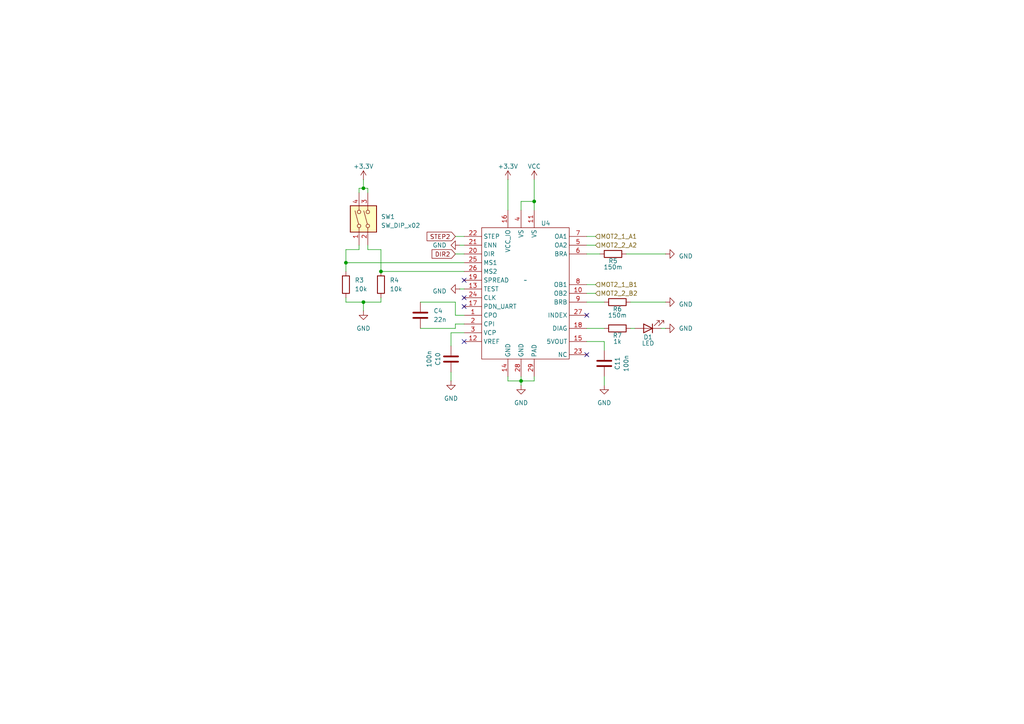
<source format=kicad_sch>
(kicad_sch
	(version 20250114)
	(generator "eeschema")
	(generator_version "9.0")
	(uuid "c18c9a1c-80d9-494e-9bd4-49eb3e76d9cc")
	(paper "A4")
	(lib_symbols
		(symbol "Device:C"
			(pin_numbers
				(hide yes)
			)
			(pin_names
				(offset 0.254)
			)
			(exclude_from_sim no)
			(in_bom yes)
			(on_board yes)
			(property "Reference" "C"
				(at 0.635 2.54 0)
				(effects
					(font
						(size 1.27 1.27)
					)
					(justify left)
				)
			)
			(property "Value" "C"
				(at 0.635 -2.54 0)
				(effects
					(font
						(size 1.27 1.27)
					)
					(justify left)
				)
			)
			(property "Footprint" ""
				(at 0.9652 -3.81 0)
				(effects
					(font
						(size 1.27 1.27)
					)
					(hide yes)
				)
			)
			(property "Datasheet" "~"
				(at 0 0 0)
				(effects
					(font
						(size 1.27 1.27)
					)
					(hide yes)
				)
			)
			(property "Description" "Unpolarized capacitor"
				(at 0 0 0)
				(effects
					(font
						(size 1.27 1.27)
					)
					(hide yes)
				)
			)
			(property "ki_keywords" "cap capacitor"
				(at 0 0 0)
				(effects
					(font
						(size 1.27 1.27)
					)
					(hide yes)
				)
			)
			(property "ki_fp_filters" "C_*"
				(at 0 0 0)
				(effects
					(font
						(size 1.27 1.27)
					)
					(hide yes)
				)
			)
			(symbol "C_0_1"
				(polyline
					(pts
						(xy -2.032 0.762) (xy 2.032 0.762)
					)
					(stroke
						(width 0.508)
						(type default)
					)
					(fill
						(type none)
					)
				)
				(polyline
					(pts
						(xy -2.032 -0.762) (xy 2.032 -0.762)
					)
					(stroke
						(width 0.508)
						(type default)
					)
					(fill
						(type none)
					)
				)
			)
			(symbol "C_1_1"
				(pin passive line
					(at 0 3.81 270)
					(length 2.794)
					(name "~"
						(effects
							(font
								(size 1.27 1.27)
							)
						)
					)
					(number "1"
						(effects
							(font
								(size 1.27 1.27)
							)
						)
					)
				)
				(pin passive line
					(at 0 -3.81 90)
					(length 2.794)
					(name "~"
						(effects
							(font
								(size 1.27 1.27)
							)
						)
					)
					(number "2"
						(effects
							(font
								(size 1.27 1.27)
							)
						)
					)
				)
			)
			(embedded_fonts no)
		)
		(symbol "Device:LED"
			(pin_numbers
				(hide yes)
			)
			(pin_names
				(offset 1.016)
				(hide yes)
			)
			(exclude_from_sim no)
			(in_bom yes)
			(on_board yes)
			(property "Reference" "D"
				(at 0 2.54 0)
				(effects
					(font
						(size 1.27 1.27)
					)
				)
			)
			(property "Value" "LED"
				(at 0 -2.54 0)
				(effects
					(font
						(size 1.27 1.27)
					)
				)
			)
			(property "Footprint" ""
				(at 0 0 0)
				(effects
					(font
						(size 1.27 1.27)
					)
					(hide yes)
				)
			)
			(property "Datasheet" "~"
				(at 0 0 0)
				(effects
					(font
						(size 1.27 1.27)
					)
					(hide yes)
				)
			)
			(property "Description" "Light emitting diode"
				(at 0 0 0)
				(effects
					(font
						(size 1.27 1.27)
					)
					(hide yes)
				)
			)
			(property "Sim.Pins" "1=K 2=A"
				(at 0 0 0)
				(effects
					(font
						(size 1.27 1.27)
					)
					(hide yes)
				)
			)
			(property "ki_keywords" "LED diode"
				(at 0 0 0)
				(effects
					(font
						(size 1.27 1.27)
					)
					(hide yes)
				)
			)
			(property "ki_fp_filters" "LED* LED_SMD:* LED_THT:*"
				(at 0 0 0)
				(effects
					(font
						(size 1.27 1.27)
					)
					(hide yes)
				)
			)
			(symbol "LED_0_1"
				(polyline
					(pts
						(xy -3.048 -0.762) (xy -4.572 -2.286) (xy -3.81 -2.286) (xy -4.572 -2.286) (xy -4.572 -1.524)
					)
					(stroke
						(width 0)
						(type default)
					)
					(fill
						(type none)
					)
				)
				(polyline
					(pts
						(xy -1.778 -0.762) (xy -3.302 -2.286) (xy -2.54 -2.286) (xy -3.302 -2.286) (xy -3.302 -1.524)
					)
					(stroke
						(width 0)
						(type default)
					)
					(fill
						(type none)
					)
				)
				(polyline
					(pts
						(xy -1.27 0) (xy 1.27 0)
					)
					(stroke
						(width 0)
						(type default)
					)
					(fill
						(type none)
					)
				)
				(polyline
					(pts
						(xy -1.27 -1.27) (xy -1.27 1.27)
					)
					(stroke
						(width 0.254)
						(type default)
					)
					(fill
						(type none)
					)
				)
				(polyline
					(pts
						(xy 1.27 -1.27) (xy 1.27 1.27) (xy -1.27 0) (xy 1.27 -1.27)
					)
					(stroke
						(width 0.254)
						(type default)
					)
					(fill
						(type none)
					)
				)
			)
			(symbol "LED_1_1"
				(pin passive line
					(at -3.81 0 0)
					(length 2.54)
					(name "K"
						(effects
							(font
								(size 1.27 1.27)
							)
						)
					)
					(number "1"
						(effects
							(font
								(size 1.27 1.27)
							)
						)
					)
				)
				(pin passive line
					(at 3.81 0 180)
					(length 2.54)
					(name "A"
						(effects
							(font
								(size 1.27 1.27)
							)
						)
					)
					(number "2"
						(effects
							(font
								(size 1.27 1.27)
							)
						)
					)
				)
			)
			(embedded_fonts no)
		)
		(symbol "Device:R"
			(pin_numbers
				(hide yes)
			)
			(pin_names
				(offset 0)
			)
			(exclude_from_sim no)
			(in_bom yes)
			(on_board yes)
			(property "Reference" "R"
				(at 2.032 0 90)
				(effects
					(font
						(size 1.27 1.27)
					)
				)
			)
			(property "Value" "R"
				(at 0 0 90)
				(effects
					(font
						(size 1.27 1.27)
					)
				)
			)
			(property "Footprint" ""
				(at -1.778 0 90)
				(effects
					(font
						(size 1.27 1.27)
					)
					(hide yes)
				)
			)
			(property "Datasheet" "~"
				(at 0 0 0)
				(effects
					(font
						(size 1.27 1.27)
					)
					(hide yes)
				)
			)
			(property "Description" "Resistor"
				(at 0 0 0)
				(effects
					(font
						(size 1.27 1.27)
					)
					(hide yes)
				)
			)
			(property "ki_keywords" "R res resistor"
				(at 0 0 0)
				(effects
					(font
						(size 1.27 1.27)
					)
					(hide yes)
				)
			)
			(property "ki_fp_filters" "R_*"
				(at 0 0 0)
				(effects
					(font
						(size 1.27 1.27)
					)
					(hide yes)
				)
			)
			(symbol "R_0_1"
				(rectangle
					(start -1.016 -2.54)
					(end 1.016 2.54)
					(stroke
						(width 0.254)
						(type default)
					)
					(fill
						(type none)
					)
				)
			)
			(symbol "R_1_1"
				(pin passive line
					(at 0 3.81 270)
					(length 1.27)
					(name "~"
						(effects
							(font
								(size 1.27 1.27)
							)
						)
					)
					(number "1"
						(effects
							(font
								(size 1.27 1.27)
							)
						)
					)
				)
				(pin passive line
					(at 0 -3.81 90)
					(length 1.27)
					(name "~"
						(effects
							(font
								(size 1.27 1.27)
							)
						)
					)
					(number "2"
						(effects
							(font
								(size 1.27 1.27)
							)
						)
					)
				)
			)
			(embedded_fonts no)
		)
		(symbol "My_Lib:TMC2225"
			(exclude_from_sim no)
			(in_bom yes)
			(on_board yes)
			(property "Reference" "U"
				(at 0 0 0)
				(effects
					(font
						(size 1.27 1.27)
					)
				)
			)
			(property "Value" ""
				(at 0 0 0)
				(effects
					(font
						(size 1.27 1.27)
					)
				)
			)
			(property "Footprint" ""
				(at 0 0 0)
				(effects
					(font
						(size 1.27 1.27)
					)
					(hide yes)
				)
			)
			(property "Datasheet" ""
				(at 0 0 0)
				(effects
					(font
						(size 1.27 1.27)
					)
					(hide yes)
				)
			)
			(property "Description" ""
				(at 0 0 0)
				(effects
					(font
						(size 1.27 1.27)
					)
					(hide yes)
				)
			)
			(symbol "TMC2225_0_0"
				(pin input line
					(at -17.78 12.7 0)
					(length 5.08)
					(name "STEP"
						(effects
							(font
								(size 1.27 1.27)
							)
						)
					)
					(number "22"
						(effects
							(font
								(size 1.27 1.27)
							)
						)
					)
				)
				(pin input line
					(at -17.78 10.16 0)
					(length 5.08)
					(name "ENN"
						(effects
							(font
								(size 1.27 1.27)
							)
						)
					)
					(number "21"
						(effects
							(font
								(size 1.27 1.27)
							)
						)
					)
				)
				(pin input line
					(at -17.78 7.62 0)
					(length 5.08)
					(name "DIR"
						(effects
							(font
								(size 1.27 1.27)
							)
						)
					)
					(number "20"
						(effects
							(font
								(size 1.27 1.27)
							)
						)
					)
				)
				(pin input line
					(at -17.78 5.08 0)
					(length 5.08)
					(name "MS1"
						(effects
							(font
								(size 1.27 1.27)
							)
						)
					)
					(number "25"
						(effects
							(font
								(size 1.27 1.27)
							)
						)
					)
				)
				(pin input line
					(at -17.78 2.54 0)
					(length 5.08)
					(name "MS2"
						(effects
							(font
								(size 1.27 1.27)
							)
						)
					)
					(number "26"
						(effects
							(font
								(size 1.27 1.27)
							)
						)
					)
				)
				(pin no_connect line
					(at -17.78 0 0)
					(length 5.08)
					(name "SPREAD"
						(effects
							(font
								(size 1.27 1.27)
							)
						)
					)
					(number "19"
						(effects
							(font
								(size 1.27 1.27)
							)
						)
					)
				)
				(pin input line
					(at -17.78 -2.54 0)
					(length 5.08)
					(name "TEST"
						(effects
							(font
								(size 1.27 1.27)
							)
						)
					)
					(number "13"
						(effects
							(font
								(size 1.27 1.27)
							)
						)
					)
				)
				(pin no_connect line
					(at -17.78 -5.08 0)
					(length 5.08)
					(name "CLK"
						(effects
							(font
								(size 1.27 1.27)
							)
						)
					)
					(number "24"
						(effects
							(font
								(size 1.27 1.27)
							)
						)
					)
				)
				(pin no_connect line
					(at -17.78 -7.62 0)
					(length 5.08)
					(name "PDN_UART"
						(effects
							(font
								(size 1.27 1.27)
							)
						)
					)
					(number "17"
						(effects
							(font
								(size 1.27 1.27)
							)
						)
					)
				)
				(pin passive line
					(at -17.78 -10.16 0)
					(length 5.08)
					(name "CPO"
						(effects
							(font
								(size 1.27 1.27)
							)
						)
					)
					(number "1"
						(effects
							(font
								(size 1.27 1.27)
							)
						)
					)
				)
				(pin passive line
					(at -17.78 -12.7 0)
					(length 5.08)
					(name "CPI"
						(effects
							(font
								(size 1.27 1.27)
							)
						)
					)
					(number "2"
						(effects
							(font
								(size 1.27 1.27)
							)
						)
					)
				)
				(pin passive line
					(at -17.78 -15.24 0)
					(length 5.08)
					(name "VCP"
						(effects
							(font
								(size 1.27 1.27)
							)
						)
					)
					(number "3"
						(effects
							(font
								(size 1.27 1.27)
							)
						)
					)
				)
				(pin input line
					(at -17.78 -17.78 0)
					(length 5.08)
					(name "VREF"
						(effects
							(font
								(size 1.27 1.27)
							)
						)
					)
					(number "12"
						(effects
							(font
								(size 1.27 1.27)
							)
						)
					)
				)
				(pin input line
					(at -5.08 20.32 270)
					(length 5.08)
					(name "VCC_IO"
						(effects
							(font
								(size 1.27 1.27)
							)
						)
					)
					(number "16"
						(effects
							(font
								(size 1.27 1.27)
							)
						)
					)
				)
				(pin input line
					(at -5.08 -27.94 90)
					(length 5.08)
					(name "GND"
						(effects
							(font
								(size 1.27 1.27)
							)
						)
					)
					(number "14"
						(effects
							(font
								(size 1.27 1.27)
							)
						)
					)
				)
				(pin input line
					(at -1.27 20.32 270)
					(length 5.08)
					(name "VS"
						(effects
							(font
								(size 1.27 1.27)
							)
						)
					)
					(number "4"
						(effects
							(font
								(size 1.27 1.27)
							)
						)
					)
				)
				(pin input line
					(at -1.27 -27.94 90)
					(length 5.08)
					(name "GND"
						(effects
							(font
								(size 1.27 1.27)
							)
						)
					)
					(number "28"
						(effects
							(font
								(size 1.27 1.27)
							)
						)
					)
				)
				(pin input line
					(at 2.54 20.32 270)
					(length 5.08)
					(name "VS"
						(effects
							(font
								(size 1.27 1.27)
							)
						)
					)
					(number "11"
						(effects
							(font
								(size 1.27 1.27)
							)
						)
					)
				)
				(pin input line
					(at 2.54 -27.94 90)
					(length 5.08)
					(name "PAD"
						(effects
							(font
								(size 1.27 1.27)
							)
						)
					)
					(number "29"
						(effects
							(font
								(size 1.27 1.27)
							)
						)
					)
				)
				(pin output line
					(at 17.78 12.7 180)
					(length 5.08)
					(name "OA1"
						(effects
							(font
								(size 1.27 1.27)
							)
						)
					)
					(number "7"
						(effects
							(font
								(size 1.27 1.27)
							)
						)
					)
				)
				(pin output line
					(at 17.78 10.16 180)
					(length 5.08)
					(name "OA2"
						(effects
							(font
								(size 1.27 1.27)
							)
						)
					)
					(number "5"
						(effects
							(font
								(size 1.27 1.27)
							)
						)
					)
				)
				(pin output line
					(at 17.78 7.62 180)
					(length 5.08)
					(name "BRA"
						(effects
							(font
								(size 1.27 1.27)
							)
						)
					)
					(number "6"
						(effects
							(font
								(size 1.27 1.27)
							)
						)
					)
				)
				(pin output line
					(at 17.78 -1.27 180)
					(length 5.08)
					(name "OB1"
						(effects
							(font
								(size 1.27 1.27)
							)
						)
					)
					(number "8"
						(effects
							(font
								(size 1.27 1.27)
							)
						)
					)
				)
				(pin output line
					(at 17.78 -3.81 180)
					(length 5.08)
					(name "OB2"
						(effects
							(font
								(size 1.27 1.27)
							)
						)
					)
					(number "10"
						(effects
							(font
								(size 1.27 1.27)
							)
						)
					)
				)
				(pin output line
					(at 17.78 -6.35 180)
					(length 5.08)
					(name "BRB"
						(effects
							(font
								(size 1.27 1.27)
							)
						)
					)
					(number "9"
						(effects
							(font
								(size 1.27 1.27)
							)
						)
					)
				)
				(pin no_connect line
					(at 17.78 -10.16 180)
					(length 5.08)
					(name "INDEX"
						(effects
							(font
								(size 1.27 1.27)
							)
						)
					)
					(number "27"
						(effects
							(font
								(size 1.27 1.27)
							)
						)
					)
				)
				(pin output line
					(at 17.78 -13.97 180)
					(length 5.08)
					(name "DIAG"
						(effects
							(font
								(size 1.27 1.27)
							)
						)
					)
					(number "18"
						(effects
							(font
								(size 1.27 1.27)
							)
						)
					)
				)
				(pin passive line
					(at 17.78 -17.78 180)
					(length 5.08)
					(name "5VOUT"
						(effects
							(font
								(size 1.27 1.27)
							)
						)
					)
					(number "15"
						(effects
							(font
								(size 1.27 1.27)
							)
						)
					)
				)
				(pin no_connect line
					(at 17.78 -21.59 180)
					(length 5.08)
					(name "NC"
						(effects
							(font
								(size 1.27 1.27)
							)
						)
					)
					(number "23"
						(effects
							(font
								(size 1.27 1.27)
							)
						)
					)
				)
			)
			(symbol "TMC2225_0_1"
				(polyline
					(pts
						(xy -12.7 15.24) (xy 12.7 15.24) (xy 12.7 -22.86) (xy -12.7 -22.86) (xy -12.7 15.24)
					)
					(stroke
						(width 0.1524)
						(type solid)
					)
					(fill
						(type none)
					)
				)
			)
			(embedded_fonts no)
		)
		(symbol "Switch:SW_DIP_x02"
			(pin_names
				(offset 0)
				(hide yes)
			)
			(exclude_from_sim no)
			(in_bom yes)
			(on_board yes)
			(property "Reference" "SW"
				(at 0 6.35 0)
				(effects
					(font
						(size 1.27 1.27)
					)
				)
			)
			(property "Value" "SW_DIP_x02"
				(at 0 -3.81 0)
				(effects
					(font
						(size 1.27 1.27)
					)
				)
			)
			(property "Footprint" ""
				(at 0 0 0)
				(effects
					(font
						(size 1.27 1.27)
					)
					(hide yes)
				)
			)
			(property "Datasheet" "~"
				(at 0 0 0)
				(effects
					(font
						(size 1.27 1.27)
					)
					(hide yes)
				)
			)
			(property "Description" "2x DIP Switch, Single Pole Single Throw (SPST) switch, small symbol"
				(at 0 0 0)
				(effects
					(font
						(size 1.27 1.27)
					)
					(hide yes)
				)
			)
			(property "ki_keywords" "dip switch"
				(at 0 0 0)
				(effects
					(font
						(size 1.27 1.27)
					)
					(hide yes)
				)
			)
			(property "ki_fp_filters" "SW?DIP?x2*"
				(at 0 0 0)
				(effects
					(font
						(size 1.27 1.27)
					)
					(hide yes)
				)
			)
			(symbol "SW_DIP_x02_0_0"
				(circle
					(center -2.032 2.54)
					(radius 0.508)
					(stroke
						(width 0)
						(type default)
					)
					(fill
						(type none)
					)
				)
				(circle
					(center -2.032 0)
					(radius 0.508)
					(stroke
						(width 0)
						(type default)
					)
					(fill
						(type none)
					)
				)
				(polyline
					(pts
						(xy -1.524 2.667) (xy 2.3622 3.7084)
					)
					(stroke
						(width 0)
						(type default)
					)
					(fill
						(type none)
					)
				)
				(polyline
					(pts
						(xy -1.524 0.127) (xy 2.3622 1.1684)
					)
					(stroke
						(width 0)
						(type default)
					)
					(fill
						(type none)
					)
				)
				(circle
					(center 2.032 2.54)
					(radius 0.508)
					(stroke
						(width 0)
						(type default)
					)
					(fill
						(type none)
					)
				)
				(circle
					(center 2.032 0)
					(radius 0.508)
					(stroke
						(width 0)
						(type default)
					)
					(fill
						(type none)
					)
				)
			)
			(symbol "SW_DIP_x02_0_1"
				(rectangle
					(start -3.81 5.08)
					(end 3.81 -2.54)
					(stroke
						(width 0.254)
						(type default)
					)
					(fill
						(type background)
					)
				)
			)
			(symbol "SW_DIP_x02_1_1"
				(pin passive line
					(at -7.62 2.54 0)
					(length 5.08)
					(name "~"
						(effects
							(font
								(size 1.27 1.27)
							)
						)
					)
					(number "1"
						(effects
							(font
								(size 1.27 1.27)
							)
						)
					)
				)
				(pin passive line
					(at -7.62 0 0)
					(length 5.08)
					(name "~"
						(effects
							(font
								(size 1.27 1.27)
							)
						)
					)
					(number "2"
						(effects
							(font
								(size 1.27 1.27)
							)
						)
					)
				)
				(pin passive line
					(at 7.62 2.54 180)
					(length 5.08)
					(name "~"
						(effects
							(font
								(size 1.27 1.27)
							)
						)
					)
					(number "4"
						(effects
							(font
								(size 1.27 1.27)
							)
						)
					)
				)
				(pin passive line
					(at 7.62 0 180)
					(length 5.08)
					(name "~"
						(effects
							(font
								(size 1.27 1.27)
							)
						)
					)
					(number "3"
						(effects
							(font
								(size 1.27 1.27)
							)
						)
					)
				)
			)
			(embedded_fonts no)
		)
		(symbol "power:+3.3V"
			(power)
			(pin_numbers
				(hide yes)
			)
			(pin_names
				(offset 0)
				(hide yes)
			)
			(exclude_from_sim no)
			(in_bom yes)
			(on_board yes)
			(property "Reference" "#PWR"
				(at 0 -3.81 0)
				(effects
					(font
						(size 1.27 1.27)
					)
					(hide yes)
				)
			)
			(property "Value" "+3.3V"
				(at 0 3.556 0)
				(effects
					(font
						(size 1.27 1.27)
					)
				)
			)
			(property "Footprint" ""
				(at 0 0 0)
				(effects
					(font
						(size 1.27 1.27)
					)
					(hide yes)
				)
			)
			(property "Datasheet" ""
				(at 0 0 0)
				(effects
					(font
						(size 1.27 1.27)
					)
					(hide yes)
				)
			)
			(property "Description" "Power symbol creates a global label with name \"+3.3V\""
				(at 0 0 0)
				(effects
					(font
						(size 1.27 1.27)
					)
					(hide yes)
				)
			)
			(property "ki_keywords" "global power"
				(at 0 0 0)
				(effects
					(font
						(size 1.27 1.27)
					)
					(hide yes)
				)
			)
			(symbol "+3.3V_0_1"
				(polyline
					(pts
						(xy -0.762 1.27) (xy 0 2.54)
					)
					(stroke
						(width 0)
						(type default)
					)
					(fill
						(type none)
					)
				)
				(polyline
					(pts
						(xy 0 2.54) (xy 0.762 1.27)
					)
					(stroke
						(width 0)
						(type default)
					)
					(fill
						(type none)
					)
				)
				(polyline
					(pts
						(xy 0 0) (xy 0 2.54)
					)
					(stroke
						(width 0)
						(type default)
					)
					(fill
						(type none)
					)
				)
			)
			(symbol "+3.3V_1_1"
				(pin power_in line
					(at 0 0 90)
					(length 0)
					(name "~"
						(effects
							(font
								(size 1.27 1.27)
							)
						)
					)
					(number "1"
						(effects
							(font
								(size 1.27 1.27)
							)
						)
					)
				)
			)
			(embedded_fonts no)
		)
		(symbol "power:GND"
			(power)
			(pin_numbers
				(hide yes)
			)
			(pin_names
				(offset 0)
				(hide yes)
			)
			(exclude_from_sim no)
			(in_bom yes)
			(on_board yes)
			(property "Reference" "#PWR"
				(at 0 -6.35 0)
				(effects
					(font
						(size 1.27 1.27)
					)
					(hide yes)
				)
			)
			(property "Value" "GND"
				(at 0 -3.81 0)
				(effects
					(font
						(size 1.27 1.27)
					)
				)
			)
			(property "Footprint" ""
				(at 0 0 0)
				(effects
					(font
						(size 1.27 1.27)
					)
					(hide yes)
				)
			)
			(property "Datasheet" ""
				(at 0 0 0)
				(effects
					(font
						(size 1.27 1.27)
					)
					(hide yes)
				)
			)
			(property "Description" "Power symbol creates a global label with name \"GND\" , ground"
				(at 0 0 0)
				(effects
					(font
						(size 1.27 1.27)
					)
					(hide yes)
				)
			)
			(property "ki_keywords" "global power"
				(at 0 0 0)
				(effects
					(font
						(size 1.27 1.27)
					)
					(hide yes)
				)
			)
			(symbol "GND_0_1"
				(polyline
					(pts
						(xy 0 0) (xy 0 -1.27) (xy 1.27 -1.27) (xy 0 -2.54) (xy -1.27 -1.27) (xy 0 -1.27)
					)
					(stroke
						(width 0)
						(type default)
					)
					(fill
						(type none)
					)
				)
			)
			(symbol "GND_1_1"
				(pin power_in line
					(at 0 0 270)
					(length 0)
					(name "~"
						(effects
							(font
								(size 1.27 1.27)
							)
						)
					)
					(number "1"
						(effects
							(font
								(size 1.27 1.27)
							)
						)
					)
				)
			)
			(embedded_fonts no)
		)
		(symbol "power:VCC"
			(power)
			(pin_numbers
				(hide yes)
			)
			(pin_names
				(offset 0)
				(hide yes)
			)
			(exclude_from_sim no)
			(in_bom yes)
			(on_board yes)
			(property "Reference" "#PWR"
				(at 0 -3.81 0)
				(effects
					(font
						(size 1.27 1.27)
					)
					(hide yes)
				)
			)
			(property "Value" "VCC"
				(at 0 3.556 0)
				(effects
					(font
						(size 1.27 1.27)
					)
				)
			)
			(property "Footprint" ""
				(at 0 0 0)
				(effects
					(font
						(size 1.27 1.27)
					)
					(hide yes)
				)
			)
			(property "Datasheet" ""
				(at 0 0 0)
				(effects
					(font
						(size 1.27 1.27)
					)
					(hide yes)
				)
			)
			(property "Description" "Power symbol creates a global label with name \"VCC\""
				(at 0 0 0)
				(effects
					(font
						(size 1.27 1.27)
					)
					(hide yes)
				)
			)
			(property "ki_keywords" "global power"
				(at 0 0 0)
				(effects
					(font
						(size 1.27 1.27)
					)
					(hide yes)
				)
			)
			(symbol "VCC_0_1"
				(polyline
					(pts
						(xy -0.762 1.27) (xy 0 2.54)
					)
					(stroke
						(width 0)
						(type default)
					)
					(fill
						(type none)
					)
				)
				(polyline
					(pts
						(xy 0 2.54) (xy 0.762 1.27)
					)
					(stroke
						(width 0)
						(type default)
					)
					(fill
						(type none)
					)
				)
				(polyline
					(pts
						(xy 0 0) (xy 0 2.54)
					)
					(stroke
						(width 0)
						(type default)
					)
					(fill
						(type none)
					)
				)
			)
			(symbol "VCC_1_1"
				(pin power_in line
					(at 0 0 90)
					(length 0)
					(name "~"
						(effects
							(font
								(size 1.27 1.27)
							)
						)
					)
					(number "1"
						(effects
							(font
								(size 1.27 1.27)
							)
						)
					)
				)
			)
			(embedded_fonts no)
		)
	)
	(junction
		(at 110.49 78.74)
		(diameter 0)
		(color 0 0 0 0)
		(uuid "039b6f1b-65ab-4933-b7c8-d5f26beae1e0")
	)
	(junction
		(at 154.94 58.42)
		(diameter 0)
		(color 0 0 0 0)
		(uuid "0836edc7-4134-458f-85c5-c81e5d51416e")
	)
	(junction
		(at 151.13 110.49)
		(diameter 0)
		(color 0 0 0 0)
		(uuid "101b4c81-916e-4896-a4d7-1b50eeda7bc3")
	)
	(junction
		(at 100.33 76.2)
		(diameter 0)
		(color 0 0 0 0)
		(uuid "5fdce600-937a-468c-a176-a0002ce1068c")
	)
	(junction
		(at 105.41 87.63)
		(diameter 0)
		(color 0 0 0 0)
		(uuid "f418866d-c068-4055-9dc2-d3c1c294c976")
	)
	(junction
		(at 105.41 54.61)
		(diameter 0)
		(color 0 0 0 0)
		(uuid "f88fe2ca-9879-4814-9df4-cc94b38f69b9")
	)
	(no_connect
		(at 134.62 86.36)
		(uuid "60cfd834-f4fd-4e67-8f94-4600cec2f954")
	)
	(no_connect
		(at 134.62 88.9)
		(uuid "8bf348a0-0f4b-42e0-a03d-eaba5c607761")
	)
	(no_connect
		(at 170.18 91.44)
		(uuid "a7c1ad35-ceaf-4b57-aa85-5b8c158bfbc0")
	)
	(no_connect
		(at 134.62 81.28)
		(uuid "bc9c4293-a1e2-4f99-8029-27d46ee83c22")
	)
	(no_connect
		(at 134.62 99.06)
		(uuid "ea64716c-f68b-4a05-91bd-35b20f4a4f4a")
	)
	(no_connect
		(at 170.18 102.87)
		(uuid "f3a5a2b9-e939-460f-8205-510c5ae6572b")
	)
	(wire
		(pts
			(xy 105.41 52.07) (xy 105.41 54.61)
		)
		(stroke
			(width 0)
			(type default)
		)
		(uuid "08626ed8-b8dc-4cc3-84fb-3971b0cd3ce1")
	)
	(wire
		(pts
			(xy 134.62 93.98) (xy 132.08 93.98)
		)
		(stroke
			(width 0)
			(type default)
		)
		(uuid "0db252e6-6afe-4f40-a465-b7e9f7f5edcc")
	)
	(wire
		(pts
			(xy 104.14 54.61) (xy 105.41 54.61)
		)
		(stroke
			(width 0)
			(type default)
		)
		(uuid "12b9925c-9b42-4c67-968b-fdaca422929b")
	)
	(wire
		(pts
			(xy 130.81 110.49) (xy 130.81 107.95)
		)
		(stroke
			(width 0)
			(type default)
		)
		(uuid "193807a5-09a5-4bd8-8369-60b348d9d048")
	)
	(wire
		(pts
			(xy 132.08 68.58) (xy 134.62 68.58)
		)
		(stroke
			(width 0)
			(type default)
		)
		(uuid "1c840855-ceb7-4352-83d2-815b67f7bb97")
	)
	(wire
		(pts
			(xy 182.88 87.63) (xy 193.04 87.63)
		)
		(stroke
			(width 0)
			(type default)
		)
		(uuid "1dc3f862-7df1-4c0f-b98a-b72c7a95ef77")
	)
	(wire
		(pts
			(xy 175.26 99.06) (xy 175.26 101.6)
		)
		(stroke
			(width 0)
			(type default)
		)
		(uuid "22613dca-a432-47fc-859e-77090782b02b")
	)
	(wire
		(pts
			(xy 154.94 52.07) (xy 154.94 58.42)
		)
		(stroke
			(width 0)
			(type default)
		)
		(uuid "39550f88-6136-4b15-9b4f-b7b23c37fc63")
	)
	(wire
		(pts
			(xy 170.18 95.25) (xy 175.26 95.25)
		)
		(stroke
			(width 0)
			(type default)
		)
		(uuid "401b1d1a-514b-461c-85f3-41ed64d72b3c")
	)
	(wire
		(pts
			(xy 170.18 73.66) (xy 173.99 73.66)
		)
		(stroke
			(width 0)
			(type default)
		)
		(uuid "46fb6438-6be7-47ab-ba29-e11807801505")
	)
	(wire
		(pts
			(xy 130.81 96.52) (xy 134.62 96.52)
		)
		(stroke
			(width 0)
			(type default)
		)
		(uuid "49cbb871-2b8f-4d74-b8dd-64c91595be5f")
	)
	(wire
		(pts
			(xy 170.18 85.09) (xy 172.72 85.09)
		)
		(stroke
			(width 0)
			(type default)
		)
		(uuid "4a4db3da-8c37-4446-91e5-eca25d07448e")
	)
	(wire
		(pts
			(xy 133.35 83.82) (xy 134.62 83.82)
		)
		(stroke
			(width 0)
			(type default)
		)
		(uuid "4bda0958-0bbe-429d-b2b7-735264bbe0e5")
	)
	(wire
		(pts
			(xy 154.94 58.42) (xy 154.94 60.96)
		)
		(stroke
			(width 0)
			(type default)
		)
		(uuid "53d547d2-9988-442f-bc50-07dc53716d06")
	)
	(wire
		(pts
			(xy 104.14 72.39) (xy 104.14 71.12)
		)
		(stroke
			(width 0)
			(type default)
		)
		(uuid "5e192d7a-e597-4be6-89e2-44b8aa80c9a9")
	)
	(wire
		(pts
			(xy 100.33 72.39) (xy 104.14 72.39)
		)
		(stroke
			(width 0)
			(type default)
		)
		(uuid "64243dff-9b42-4fca-9cd0-0469feaa5b26")
	)
	(wire
		(pts
			(xy 110.49 86.36) (xy 110.49 87.63)
		)
		(stroke
			(width 0)
			(type default)
		)
		(uuid "6930c174-e315-479d-9c48-85bc92fbd6c2")
	)
	(wire
		(pts
			(xy 170.18 99.06) (xy 175.26 99.06)
		)
		(stroke
			(width 0)
			(type default)
		)
		(uuid "70dbc7b5-1a3f-4829-8ec0-98a248752835")
	)
	(wire
		(pts
			(xy 147.32 109.22) (xy 147.32 110.49)
		)
		(stroke
			(width 0)
			(type default)
		)
		(uuid "7204c37b-56f7-4296-b21f-bc7d2a5a3f36")
	)
	(wire
		(pts
			(xy 151.13 110.49) (xy 151.13 111.76)
		)
		(stroke
			(width 0)
			(type default)
		)
		(uuid "73a0f5d4-84b3-46aa-97f6-1dcee4090cd3")
	)
	(wire
		(pts
			(xy 147.32 52.07) (xy 147.32 60.96)
		)
		(stroke
			(width 0)
			(type default)
		)
		(uuid "74fa3da0-348f-4a52-84d5-ba92bed85f5e")
	)
	(wire
		(pts
			(xy 100.33 76.2) (xy 100.33 78.74)
		)
		(stroke
			(width 0)
			(type default)
		)
		(uuid "765030d0-4e43-484c-a5c5-9e191848a4be")
	)
	(wire
		(pts
			(xy 132.08 73.66) (xy 134.62 73.66)
		)
		(stroke
			(width 0)
			(type default)
		)
		(uuid "7acf0db0-f340-4b40-a44e-e5791811805c")
	)
	(wire
		(pts
			(xy 106.68 54.61) (xy 106.68 55.88)
		)
		(stroke
			(width 0)
			(type default)
		)
		(uuid "7ad5f9a8-e436-42db-a24f-c87f652fea3e")
	)
	(wire
		(pts
			(xy 132.08 93.98) (xy 132.08 95.25)
		)
		(stroke
			(width 0)
			(type default)
		)
		(uuid "7c97b2cf-7a8f-498d-a126-199ee14b7e52")
	)
	(wire
		(pts
			(xy 170.18 71.12) (xy 172.72 71.12)
		)
		(stroke
			(width 0)
			(type default)
		)
		(uuid "860e7b05-dcfe-403f-a8db-422619350b06")
	)
	(wire
		(pts
			(xy 132.08 95.25) (xy 121.92 95.25)
		)
		(stroke
			(width 0)
			(type default)
		)
		(uuid "884503a4-a781-40af-8879-3b8132b16706")
	)
	(wire
		(pts
			(xy 106.68 72.39) (xy 106.68 71.12)
		)
		(stroke
			(width 0)
			(type default)
		)
		(uuid "8a4a8551-9276-4146-9b6b-6ba430d463c8")
	)
	(wire
		(pts
			(xy 151.13 58.42) (xy 154.94 58.42)
		)
		(stroke
			(width 0)
			(type default)
		)
		(uuid "989a5f8a-b44b-425a-8792-0019a8f93e9b")
	)
	(wire
		(pts
			(xy 105.41 54.61) (xy 106.68 54.61)
		)
		(stroke
			(width 0)
			(type default)
		)
		(uuid "9f3d350c-1280-44f9-b1a5-931d6794ad22")
	)
	(wire
		(pts
			(xy 175.26 109.22) (xy 175.26 111.76)
		)
		(stroke
			(width 0)
			(type default)
		)
		(uuid "a45a5232-e409-419d-ad1e-f9e1392f7e5c")
	)
	(wire
		(pts
			(xy 147.32 110.49) (xy 151.13 110.49)
		)
		(stroke
			(width 0)
			(type default)
		)
		(uuid "a9f6c342-5eda-4731-8929-d9d7d424e6db")
	)
	(wire
		(pts
			(xy 105.41 87.63) (xy 105.41 90.17)
		)
		(stroke
			(width 0)
			(type default)
		)
		(uuid "afe235c8-6ab4-4cb4-b247-9ba150c33132")
	)
	(wire
		(pts
			(xy 170.18 87.63) (xy 175.26 87.63)
		)
		(stroke
			(width 0)
			(type default)
		)
		(uuid "b88c851e-de65-4b2f-9602-a9a2942a05dc")
	)
	(wire
		(pts
			(xy 100.33 87.63) (xy 105.41 87.63)
		)
		(stroke
			(width 0)
			(type default)
		)
		(uuid "bc73f0e9-d8d6-4ed5-80d1-f15655913c58")
	)
	(wire
		(pts
			(xy 132.08 91.44) (xy 132.08 87.63)
		)
		(stroke
			(width 0)
			(type default)
		)
		(uuid "bd9dc46b-dc69-4a1b-a318-9287d36433e1")
	)
	(wire
		(pts
			(xy 170.18 82.55) (xy 172.72 82.55)
		)
		(stroke
			(width 0)
			(type default)
		)
		(uuid "c06ad808-5115-4dc7-a8b0-d6228f7d2522")
	)
	(wire
		(pts
			(xy 170.18 68.58) (xy 172.72 68.58)
		)
		(stroke
			(width 0)
			(type default)
		)
		(uuid "c16ff653-4193-42ce-8f32-12d6fc8c86f7")
	)
	(wire
		(pts
			(xy 151.13 110.49) (xy 154.94 110.49)
		)
		(stroke
			(width 0)
			(type default)
		)
		(uuid "c3062f03-8caf-4c10-8f9b-a2c56400cc98")
	)
	(wire
		(pts
			(xy 181.61 73.66) (xy 193.04 73.66)
		)
		(stroke
			(width 0)
			(type default)
		)
		(uuid "c731f825-21cb-41d2-8e39-1fed66b0a111")
	)
	(wire
		(pts
			(xy 110.49 72.39) (xy 110.49 78.74)
		)
		(stroke
			(width 0)
			(type default)
		)
		(uuid "c78a22c1-dec5-4f41-9254-75d4ef2abb63")
	)
	(wire
		(pts
			(xy 191.77 95.25) (xy 193.04 95.25)
		)
		(stroke
			(width 0)
			(type default)
		)
		(uuid "c84f221d-26d4-4b5b-a91a-006f6d7c8b45")
	)
	(wire
		(pts
			(xy 100.33 86.36) (xy 100.33 87.63)
		)
		(stroke
			(width 0)
			(type default)
		)
		(uuid "c92d63cf-bf30-4f4d-8dbc-6826474403b3")
	)
	(wire
		(pts
			(xy 154.94 109.22) (xy 154.94 110.49)
		)
		(stroke
			(width 0)
			(type default)
		)
		(uuid "cd7eb4fc-0818-4165-aa12-d37e1a8718d1")
	)
	(wire
		(pts
			(xy 151.13 60.96) (xy 151.13 58.42)
		)
		(stroke
			(width 0)
			(type default)
		)
		(uuid "ceb15b7f-a691-4fb5-911b-ca389c2a7bf4")
	)
	(wire
		(pts
			(xy 110.49 72.39) (xy 106.68 72.39)
		)
		(stroke
			(width 0)
			(type default)
		)
		(uuid "d042a264-23cd-4997-839c-0eacecb3f54e")
	)
	(wire
		(pts
			(xy 151.13 109.22) (xy 151.13 110.49)
		)
		(stroke
			(width 0)
			(type default)
		)
		(uuid "d23d8535-f767-4230-8824-3b668462ed97")
	)
	(wire
		(pts
			(xy 100.33 76.2) (xy 134.62 76.2)
		)
		(stroke
			(width 0)
			(type default)
		)
		(uuid "d688d47a-b830-4aeb-9998-6ddf4403b43e")
	)
	(wire
		(pts
			(xy 100.33 76.2) (xy 100.33 72.39)
		)
		(stroke
			(width 0)
			(type default)
		)
		(uuid "d95a72d0-141e-49ab-a1e7-fce091ec1e64")
	)
	(wire
		(pts
			(xy 130.81 100.33) (xy 130.81 96.52)
		)
		(stroke
			(width 0)
			(type default)
		)
		(uuid "dbde13f7-6961-4022-8fec-049aaf75e99f")
	)
	(wire
		(pts
			(xy 134.62 71.12) (xy 133.35 71.12)
		)
		(stroke
			(width 0)
			(type default)
		)
		(uuid "f0f9b920-7a7e-43be-96ed-53ba5d426805")
	)
	(wire
		(pts
			(xy 105.41 87.63) (xy 110.49 87.63)
		)
		(stroke
			(width 0)
			(type default)
		)
		(uuid "f3754698-20a6-4955-afe2-d6ecbd40da2d")
	)
	(wire
		(pts
			(xy 110.49 78.74) (xy 134.62 78.74)
		)
		(stroke
			(width 0)
			(type default)
		)
		(uuid "f931b83d-eff5-4889-8bcb-5c9e713f52e4")
	)
	(wire
		(pts
			(xy 104.14 55.88) (xy 104.14 54.61)
		)
		(stroke
			(width 0)
			(type default)
		)
		(uuid "fdf1916e-d89a-4a10-bdca-cc4efbaa58ad")
	)
	(wire
		(pts
			(xy 182.88 95.25) (xy 184.15 95.25)
		)
		(stroke
			(width 0)
			(type default)
		)
		(uuid "fe2ee759-0e0c-4c00-9e51-61a3370536c7")
	)
	(wire
		(pts
			(xy 121.92 87.63) (xy 132.08 87.63)
		)
		(stroke
			(width 0)
			(type default)
		)
		(uuid "fe8679bd-2f4f-41c6-8926-5486fbfb2a24")
	)
	(wire
		(pts
			(xy 134.62 91.44) (xy 132.08 91.44)
		)
		(stroke
			(width 0)
			(type default)
		)
		(uuid "fefb3215-3ad9-4910-b66f-16309890b5d9")
	)
	(global_label "STEP2"
		(shape input)
		(at 132.08 68.58 180)
		(fields_autoplaced yes)
		(effects
			(font
				(size 1.27 1.27)
			)
			(justify right)
		)
		(uuid "7fe35741-ad3c-4cf9-8b0b-9f3dca8ff7b0")
		(property "Intersheetrefs" "${INTERSHEET_REFS}"
			(at 123.2892 68.58 0)
			(effects
				(font
					(size 1.27 1.27)
				)
				(justify right)
				(hide yes)
			)
		)
	)
	(global_label "DIR2"
		(shape input)
		(at 132.08 73.66 180)
		(fields_autoplaced yes)
		(effects
			(font
				(size 1.27 1.27)
			)
			(justify right)
		)
		(uuid "f55c39be-c30c-4ad4-bf06-1093462f29af")
		(property "Intersheetrefs" "${INTERSHEET_REFS}"
			(at 124.7405 73.66 0)
			(effects
				(font
					(size 1.27 1.27)
				)
				(justify right)
				(hide yes)
			)
		)
	)
	(hierarchical_label "MOT2_2_B2"
		(shape input)
		(at 172.72 85.09 0)
		(effects
			(font
				(size 1.27 1.27)
			)
			(justify left)
		)
		(uuid "1603cffb-3d3a-4078-a5ad-0b97bf9dfe46")
	)
	(hierarchical_label "MOT2_1_A1"
		(shape input)
		(at 172.72 68.58 0)
		(effects
			(font
				(size 1.27 1.27)
			)
			(justify left)
		)
		(uuid "8049ca3a-a6fa-4c53-b11e-79fcc12557be")
	)
	(hierarchical_label "MOT2_1_B1"
		(shape input)
		(at 172.72 82.55 0)
		(effects
			(font
				(size 1.27 1.27)
			)
			(justify left)
		)
		(uuid "dc21d243-deb8-4e93-a334-a5d152381330")
	)
	(hierarchical_label "MOT2_2_A2"
		(shape input)
		(at 172.72 71.12 0)
		(effects
			(font
				(size 1.27 1.27)
			)
			(justify left)
		)
		(uuid "f55588ed-a1c4-4103-b377-85b078849c3c")
	)
	(symbol
		(lib_id "Device:R")
		(at 100.33 82.55 0)
		(unit 1)
		(exclude_from_sim no)
		(in_bom yes)
		(on_board yes)
		(dnp no)
		(fields_autoplaced yes)
		(uuid "16719411-06c8-474d-937f-3041471a61cd")
		(property "Reference" "R3"
			(at 102.87 81.2799 0)
			(effects
				(font
					(size 1.27 1.27)
				)
				(justify left)
			)
		)
		(property "Value" "10k"
			(at 102.87 83.8199 0)
			(effects
				(font
					(size 1.27 1.27)
				)
				(justify left)
			)
		)
		(property "Footprint" ""
			(at 98.552 82.55 90)
			(effects
				(font
					(size 1.27 1.27)
				)
				(hide yes)
			)
		)
		(property "Datasheet" "~"
			(at 100.33 82.55 0)
			(effects
				(font
					(size 1.27 1.27)
				)
				(hide yes)
			)
		)
		(property "Description" ""
			(at 100.33 82.55 0)
			(effects
				(font
					(size 1.27 1.27)
				)
			)
		)
		(pin "1"
			(uuid "c95c026c-7245-471b-9040-bb43ccff7a3c")
		)
		(pin "2"
			(uuid "edfa931f-78f5-49a2-b1e6-1f16670677c1")
		)
		(instances
			(project "Projet 6 KICAD CLS COMPLET"
				(path "/917aa03c-3980-4eba-8700-b55c1cb55f0b/a5695271-11ee-4737-bea3-63f27449d81d"
					(reference "R3")
					(unit 1)
				)
			)
		)
	)
	(symbol
		(lib_id "power:GND")
		(at 193.04 73.66 90)
		(unit 1)
		(exclude_from_sim no)
		(in_bom yes)
		(on_board yes)
		(dnp no)
		(fields_autoplaced yes)
		(uuid "1c7102c3-fad8-465d-999b-3b45494c3b8f")
		(property "Reference" "#PWR049"
			(at 199.39 73.66 0)
			(effects
				(font
					(size 1.27 1.27)
				)
				(hide yes)
			)
		)
		(property "Value" "GND"
			(at 196.85 74.295 90)
			(effects
				(font
					(size 1.27 1.27)
				)
				(justify right)
			)
		)
		(property "Footprint" ""
			(at 193.04 73.66 0)
			(effects
				(font
					(size 1.27 1.27)
				)
				(hide yes)
			)
		)
		(property "Datasheet" ""
			(at 193.04 73.66 0)
			(effects
				(font
					(size 1.27 1.27)
				)
				(hide yes)
			)
		)
		(property "Description" ""
			(at 193.04 73.66 0)
			(effects
				(font
					(size 1.27 1.27)
				)
			)
		)
		(pin "1"
			(uuid "2c8a731e-1277-459e-ad3a-0695edcca9ae")
		)
		(instances
			(project "Projet 6 KICAD CLS COMPLET"
				(path "/917aa03c-3980-4eba-8700-b55c1cb55f0b/a5695271-11ee-4737-bea3-63f27449d81d"
					(reference "#PWR049")
					(unit 1)
				)
			)
		)
	)
	(symbol
		(lib_id "Device:R")
		(at 179.07 87.63 270)
		(unit 1)
		(exclude_from_sim no)
		(in_bom yes)
		(on_board yes)
		(dnp no)
		(uuid "2ea9a8da-b6c6-490e-9b5b-9f1017958ab3")
		(property "Reference" "R6"
			(at 179.07 89.662 90)
			(effects
				(font
					(size 1.27 1.27)
				)
			)
		)
		(property "Value" "150m"
			(at 179.07 91.44 90)
			(effects
				(font
					(size 1.27 1.27)
				)
			)
		)
		(property "Footprint" ""
			(at 179.07 85.852 90)
			(effects
				(font
					(size 1.27 1.27)
				)
				(hide yes)
			)
		)
		(property "Datasheet" "~"
			(at 179.07 87.63 0)
			(effects
				(font
					(size 1.27 1.27)
				)
				(hide yes)
			)
		)
		(property "Description" ""
			(at 179.07 87.63 0)
			(effects
				(font
					(size 1.27 1.27)
				)
			)
		)
		(pin "1"
			(uuid "12973297-91a3-4788-863a-f9e3351b1f3d")
		)
		(pin "2"
			(uuid "58c038c1-518b-43f6-ac02-e3a11a2161f3")
		)
		(instances
			(project "Projet 6 KICAD CLS COMPLET"
				(path "/917aa03c-3980-4eba-8700-b55c1cb55f0b/a5695271-11ee-4737-bea3-63f27449d81d"
					(reference "R6")
					(unit 1)
				)
			)
		)
	)
	(symbol
		(lib_id "power:GND")
		(at 193.04 87.63 90)
		(unit 1)
		(exclude_from_sim no)
		(in_bom yes)
		(on_board yes)
		(dnp no)
		(fields_autoplaced yes)
		(uuid "30767ee2-91e5-4395-92ed-c327b356d6e0")
		(property "Reference" "#PWR050"
			(at 199.39 87.63 0)
			(effects
				(font
					(size 1.27 1.27)
				)
				(hide yes)
			)
		)
		(property "Value" "GND"
			(at 196.85 88.265 90)
			(effects
				(font
					(size 1.27 1.27)
				)
				(justify right)
			)
		)
		(property "Footprint" ""
			(at 193.04 87.63 0)
			(effects
				(font
					(size 1.27 1.27)
				)
				(hide yes)
			)
		)
		(property "Datasheet" ""
			(at 193.04 87.63 0)
			(effects
				(font
					(size 1.27 1.27)
				)
				(hide yes)
			)
		)
		(property "Description" ""
			(at 193.04 87.63 0)
			(effects
				(font
					(size 1.27 1.27)
				)
			)
		)
		(pin "1"
			(uuid "d0afa551-9fd1-4593-b47b-35676e76f69d")
		)
		(instances
			(project "Projet 6 KICAD CLS COMPLET"
				(path "/917aa03c-3980-4eba-8700-b55c1cb55f0b/a5695271-11ee-4737-bea3-63f27449d81d"
					(reference "#PWR050")
					(unit 1)
				)
			)
		)
	)
	(symbol
		(lib_id "power:GND")
		(at 133.35 83.82 270)
		(unit 1)
		(exclude_from_sim no)
		(in_bom yes)
		(on_board yes)
		(dnp no)
		(fields_autoplaced yes)
		(uuid "326d080f-dea7-4e57-9458-6a4a28f0f070")
		(property "Reference" "#PWR044"
			(at 127 83.82 0)
			(effects
				(font
					(size 1.27 1.27)
				)
				(hide yes)
			)
		)
		(property "Value" "GND"
			(at 129.54 84.455 90)
			(effects
				(font
					(size 1.27 1.27)
				)
				(justify right)
			)
		)
		(property "Footprint" ""
			(at 133.35 83.82 0)
			(effects
				(font
					(size 1.27 1.27)
				)
				(hide yes)
			)
		)
		(property "Datasheet" ""
			(at 133.35 83.82 0)
			(effects
				(font
					(size 1.27 1.27)
				)
				(hide yes)
			)
		)
		(property "Description" ""
			(at 133.35 83.82 0)
			(effects
				(font
					(size 1.27 1.27)
				)
			)
		)
		(pin "1"
			(uuid "0804afe9-db39-4baf-a2eb-afcae433aaff")
		)
		(instances
			(project "Projet 6 KICAD CLS COMPLET"
				(path "/917aa03c-3980-4eba-8700-b55c1cb55f0b/a5695271-11ee-4737-bea3-63f27449d81d"
					(reference "#PWR044")
					(unit 1)
				)
			)
		)
	)
	(symbol
		(lib_id "Device:C")
		(at 121.92 91.44 0)
		(unit 1)
		(exclude_from_sim no)
		(in_bom yes)
		(on_board yes)
		(dnp no)
		(fields_autoplaced yes)
		(uuid "3bb51e8d-d67c-494d-bd9d-f2a3ac9c833f")
		(property "Reference" "C4"
			(at 125.73 90.1699 0)
			(effects
				(font
					(size 1.27 1.27)
				)
				(justify left)
			)
		)
		(property "Value" "22n"
			(at 125.73 92.7099 0)
			(effects
				(font
					(size 1.27 1.27)
				)
				(justify left)
			)
		)
		(property "Footprint" ""
			(at 122.8852 95.25 0)
			(effects
				(font
					(size 1.27 1.27)
				)
				(hide yes)
			)
		)
		(property "Datasheet" "~"
			(at 121.92 91.44 0)
			(effects
				(font
					(size 1.27 1.27)
				)
				(hide yes)
			)
		)
		(property "Description" ""
			(at 121.92 91.44 0)
			(effects
				(font
					(size 1.27 1.27)
				)
			)
		)
		(pin "1"
			(uuid "8d32bba2-d1c0-4d18-b977-7a0cc661562e")
		)
		(pin "2"
			(uuid "2dd8312f-ea87-40e8-a62a-5c70a37f6103")
		)
		(instances
			(project "Projet 6 KICAD CLS COMPLET"
				(path "/917aa03c-3980-4eba-8700-b55c1cb55f0b/a5695271-11ee-4737-bea3-63f27449d81d"
					(reference "C4")
					(unit 1)
				)
			)
		)
	)
	(symbol
		(lib_id "Device:R")
		(at 179.07 95.25 270)
		(unit 1)
		(exclude_from_sim no)
		(in_bom yes)
		(on_board yes)
		(dnp no)
		(uuid "42ff4634-e994-4198-b565-1859f3f560ce")
		(property "Reference" "R7"
			(at 179.07 97.282 90)
			(effects
				(font
					(size 1.27 1.27)
				)
			)
		)
		(property "Value" "1k"
			(at 179.07 99.06 90)
			(effects
				(font
					(size 1.27 1.27)
				)
			)
		)
		(property "Footprint" ""
			(at 179.07 93.472 90)
			(effects
				(font
					(size 1.27 1.27)
				)
				(hide yes)
			)
		)
		(property "Datasheet" "~"
			(at 179.07 95.25 0)
			(effects
				(font
					(size 1.27 1.27)
				)
				(hide yes)
			)
		)
		(property "Description" ""
			(at 179.07 95.25 0)
			(effects
				(font
					(size 1.27 1.27)
				)
			)
		)
		(pin "1"
			(uuid "2d198a16-2c36-4eaf-9301-eb82e93ae7d7")
		)
		(pin "2"
			(uuid "3638726d-f727-464b-a81d-b3bfef555b4d")
		)
		(instances
			(project "Projet 6 KICAD CLS COMPLET"
				(path "/917aa03c-3980-4eba-8700-b55c1cb55f0b/a5695271-11ee-4737-bea3-63f27449d81d"
					(reference "R7")
					(unit 1)
				)
			)
		)
	)
	(symbol
		(lib_id "power:GND")
		(at 105.41 90.17 0)
		(unit 1)
		(exclude_from_sim no)
		(in_bom yes)
		(on_board yes)
		(dnp no)
		(fields_autoplaced yes)
		(uuid "44f578e7-a9fc-46b8-bb54-781fffcc22cc")
		(property "Reference" "#PWR041"
			(at 105.41 96.52 0)
			(effects
				(font
					(size 1.27 1.27)
				)
				(hide yes)
			)
		)
		(property "Value" "GND"
			(at 105.41 95.25 0)
			(effects
				(font
					(size 1.27 1.27)
				)
			)
		)
		(property "Footprint" ""
			(at 105.41 90.17 0)
			(effects
				(font
					(size 1.27 1.27)
				)
				(hide yes)
			)
		)
		(property "Datasheet" ""
			(at 105.41 90.17 0)
			(effects
				(font
					(size 1.27 1.27)
				)
				(hide yes)
			)
		)
		(property "Description" ""
			(at 105.41 90.17 0)
			(effects
				(font
					(size 1.27 1.27)
				)
			)
		)
		(pin "1"
			(uuid "7d8d4976-d03a-4381-ae3d-eeaf6cdb01b0")
		)
		(instances
			(project "Projet 6 KICAD CLS COMPLET"
				(path "/917aa03c-3980-4eba-8700-b55c1cb55f0b/a5695271-11ee-4737-bea3-63f27449d81d"
					(reference "#PWR041")
					(unit 1)
				)
			)
		)
	)
	(symbol
		(lib_id "Device:R")
		(at 110.49 82.55 0)
		(unit 1)
		(exclude_from_sim no)
		(in_bom yes)
		(on_board yes)
		(dnp no)
		(fields_autoplaced yes)
		(uuid "4b9eb573-bad2-4c20-b7c7-25eb193fa7f6")
		(property "Reference" "R4"
			(at 113.03 81.2799 0)
			(effects
				(font
					(size 1.27 1.27)
				)
				(justify left)
			)
		)
		(property "Value" "10k"
			(at 113.03 83.8199 0)
			(effects
				(font
					(size 1.27 1.27)
				)
				(justify left)
			)
		)
		(property "Footprint" ""
			(at 108.712 82.55 90)
			(effects
				(font
					(size 1.27 1.27)
				)
				(hide yes)
			)
		)
		(property "Datasheet" "~"
			(at 110.49 82.55 0)
			(effects
				(font
					(size 1.27 1.27)
				)
				(hide yes)
			)
		)
		(property "Description" ""
			(at 110.49 82.55 0)
			(effects
				(font
					(size 1.27 1.27)
				)
			)
		)
		(pin "1"
			(uuid "44dc869f-6784-4114-a876-7055fbcac002")
		)
		(pin "2"
			(uuid "3dc4bf2b-1933-4e70-9dda-52ceec6dc9e2")
		)
		(instances
			(project "Projet 6 KICAD CLS COMPLET"
				(path "/917aa03c-3980-4eba-8700-b55c1cb55f0b/a5695271-11ee-4737-bea3-63f27449d81d"
					(reference "R4")
					(unit 1)
				)
			)
		)
	)
	(symbol
		(lib_id "power:GND")
		(at 133.35 71.12 270)
		(unit 1)
		(exclude_from_sim no)
		(in_bom yes)
		(on_board yes)
		(dnp no)
		(fields_autoplaced yes)
		(uuid "50f60ec8-4711-41b3-9bee-744e49e1fc95")
		(property "Reference" "#PWR043"
			(at 127 71.12 0)
			(effects
				(font
					(size 1.27 1.27)
				)
				(hide yes)
			)
		)
		(property "Value" "GND"
			(at 129.54 71.1199 90)
			(effects
				(font
					(size 1.27 1.27)
				)
				(justify right)
			)
		)
		(property "Footprint" ""
			(at 133.35 71.12 0)
			(effects
				(font
					(size 1.27 1.27)
				)
				(hide yes)
			)
		)
		(property "Datasheet" ""
			(at 133.35 71.12 0)
			(effects
				(font
					(size 1.27 1.27)
				)
				(hide yes)
			)
		)
		(property "Description" ""
			(at 133.35 71.12 0)
			(effects
				(font
					(size 1.27 1.27)
				)
			)
		)
		(pin "1"
			(uuid "a3249ee7-d5ed-4508-bca7-3d30ae5b8e55")
		)
		(instances
			(project "Projet 6 KICAD CLS COMPLET"
				(path "/917aa03c-3980-4eba-8700-b55c1cb55f0b/a5695271-11ee-4737-bea3-63f27449d81d"
					(reference "#PWR043")
					(unit 1)
				)
			)
		)
	)
	(symbol
		(lib_id "power:VCC")
		(at 154.94 52.07 0)
		(unit 1)
		(exclude_from_sim no)
		(in_bom yes)
		(on_board yes)
		(dnp no)
		(fields_autoplaced yes)
		(uuid "528946cf-7c19-49b6-9507-8b3410c6b153")
		(property "Reference" "#PWR047"
			(at 154.94 55.88 0)
			(effects
				(font
					(size 1.27 1.27)
				)
				(hide yes)
			)
		)
		(property "Value" "VCC"
			(at 154.94 48.26 0)
			(effects
				(font
					(size 1.27 1.27)
				)
			)
		)
		(property "Footprint" ""
			(at 154.94 52.07 0)
			(effects
				(font
					(size 1.27 1.27)
				)
				(hide yes)
			)
		)
		(property "Datasheet" ""
			(at 154.94 52.07 0)
			(effects
				(font
					(size 1.27 1.27)
				)
				(hide yes)
			)
		)
		(property "Description" "Power symbol creates a global label with name \"VCC\""
			(at 154.94 52.07 0)
			(effects
				(font
					(size 1.27 1.27)
				)
				(hide yes)
			)
		)
		(pin "1"
			(uuid "26c089b5-7997-4d88-ad33-31a11a1348da")
		)
		(instances
			(project "Projet 6 KICAD CLS COMPLET"
				(path "/917aa03c-3980-4eba-8700-b55c1cb55f0b/a5695271-11ee-4737-bea3-63f27449d81d"
					(reference "#PWR047")
					(unit 1)
				)
			)
		)
	)
	(symbol
		(lib_id "power:GND")
		(at 175.26 111.76 0)
		(unit 1)
		(exclude_from_sim no)
		(in_bom yes)
		(on_board yes)
		(dnp no)
		(fields_autoplaced yes)
		(uuid "578e84cb-d0bd-4de4-84a3-272613760794")
		(property "Reference" "#PWR048"
			(at 175.26 118.11 0)
			(effects
				(font
					(size 1.27 1.27)
				)
				(hide yes)
			)
		)
		(property "Value" "GND"
			(at 175.26 116.84 0)
			(effects
				(font
					(size 1.27 1.27)
				)
			)
		)
		(property "Footprint" ""
			(at 175.26 111.76 0)
			(effects
				(font
					(size 1.27 1.27)
				)
				(hide yes)
			)
		)
		(property "Datasheet" ""
			(at 175.26 111.76 0)
			(effects
				(font
					(size 1.27 1.27)
				)
				(hide yes)
			)
		)
		(property "Description" ""
			(at 175.26 111.76 0)
			(effects
				(font
					(size 1.27 1.27)
				)
			)
		)
		(pin "1"
			(uuid "5295c067-6664-4cec-a1fd-a486a16fbdbc")
		)
		(instances
			(project "Projet 6 KICAD CLS COMPLET"
				(path "/917aa03c-3980-4eba-8700-b55c1cb55f0b/a5695271-11ee-4737-bea3-63f27449d81d"
					(reference "#PWR048")
					(unit 1)
				)
			)
		)
	)
	(symbol
		(lib_id "My_Lib:TMC2225")
		(at 152.4 81.28 0)
		(unit 1)
		(exclude_from_sim no)
		(in_bom yes)
		(on_board yes)
		(dnp no)
		(fields_autoplaced yes)
		(uuid "636c969d-6c0a-4a07-9849-1476887177e6")
		(property "Reference" "U4"
			(at 156.8959 64.77 0)
			(effects
				(font
					(size 1.27 1.27)
				)
				(justify left)
			)
		)
		(property "Value" "~"
			(at 152.4 81.28 0)
			(effects
				(font
					(size 1.27 1.27)
				)
			)
		)
		(property "Footprint" ""
			(at 152.4 81.28 0)
			(effects
				(font
					(size 1.27 1.27)
				)
				(hide yes)
			)
		)
		(property "Datasheet" ""
			(at 152.4 81.28 0)
			(effects
				(font
					(size 1.27 1.27)
				)
				(hide yes)
			)
		)
		(property "Description" ""
			(at 152.4 81.28 0)
			(effects
				(font
					(size 1.27 1.27)
				)
			)
		)
		(pin "1"
			(uuid "c3c17cc0-af58-42c4-9563-e839e2ab085d")
		)
		(pin "10"
			(uuid "86ae576a-aa19-4ade-85c6-a557ceaf3c45")
		)
		(pin "11"
			(uuid "3a5e86a1-6be2-4a71-b2c3-d1a01169e796")
		)
		(pin "12"
			(uuid "12001b1b-ed7d-4d9a-b866-13769d283588")
		)
		(pin "13"
			(uuid "f21ce533-f025-4b59-902a-7a339572dc63")
		)
		(pin "14"
			(uuid "013daa06-73f8-4936-a203-983328321d3f")
		)
		(pin "15"
			(uuid "d0bf1a59-bd71-41bd-81c7-d1b2a27c6415")
		)
		(pin "16"
			(uuid "d0b67c6c-3829-4044-901f-8f83e5fdeaf5")
		)
		(pin "17"
			(uuid "ccdf51de-b528-467b-b1ee-69a8ee12301e")
		)
		(pin "18"
			(uuid "96b4fc94-cd76-4dde-b49a-bd4a6b0a921a")
		)
		(pin "19"
			(uuid "b07eb728-870a-4a16-9f45-0ee6aa4955d0")
		)
		(pin "2"
			(uuid "9e59e495-d159-4406-81d4-66373f378986")
		)
		(pin "20"
			(uuid "43e30a05-20da-4924-a9a0-f1efbbf046d2")
		)
		(pin "21"
			(uuid "8e1ff1c5-ac8e-444f-a9d1-a58cdd6f57c0")
		)
		(pin "22"
			(uuid "389cf41f-e363-4978-a48e-34c16cbf9be6")
		)
		(pin "23"
			(uuid "4874b313-f923-484d-b7ab-ec4c51c76c58")
		)
		(pin "24"
			(uuid "fb6980b7-dd72-4749-b5a4-d3065d6c91ed")
		)
		(pin "25"
			(uuid "a0e5caba-f630-47df-9859-38f891f25440")
		)
		(pin "26"
			(uuid "16646482-1167-4370-abe5-aa150a26121e")
		)
		(pin "27"
			(uuid "62746a40-a434-4da8-993a-3879d206e6e1")
		)
		(pin "28"
			(uuid "661dd114-1e33-4ff7-8e23-42db0085ed8f")
		)
		(pin "29"
			(uuid "ce876829-f759-4023-8783-c5729fee857c")
		)
		(pin "3"
			(uuid "c5aeb4e5-abea-4fbe-b72b-9eed5baefa8b")
		)
		(pin "4"
			(uuid "cd2412db-3197-46f5-b16d-9321b73e3493")
		)
		(pin "5"
			(uuid "5c157549-f956-497b-85c1-bfdc47c2c0e9")
		)
		(pin "6"
			(uuid "7e02d5d8-5eed-46f2-aed7-8abfe3b4c976")
		)
		(pin "7"
			(uuid "4f560ac0-8b6d-463d-b16d-73c5bda9090a")
		)
		(pin "8"
			(uuid "d83921c8-2150-4b0d-a1b2-673de7a2e450")
		)
		(pin "9"
			(uuid "6b6a6f8a-90c3-466c-ace9-6bd8deea8634")
		)
		(instances
			(project "Projet 6 KICAD CLS COMPLET"
				(path "/917aa03c-3980-4eba-8700-b55c1cb55f0b/a5695271-11ee-4737-bea3-63f27449d81d"
					(reference "U4")
					(unit 1)
				)
			)
		)
	)
	(symbol
		(lib_id "Switch:SW_DIP_x02")
		(at 106.68 63.5 90)
		(unit 1)
		(exclude_from_sim no)
		(in_bom yes)
		(on_board yes)
		(dnp no)
		(fields_autoplaced yes)
		(uuid "64b0f816-6b7b-4860-836a-6e8f1f9af091")
		(property "Reference" "SW1"
			(at 110.49 62.865 90)
			(effects
				(font
					(size 1.27 1.27)
				)
				(justify right)
			)
		)
		(property "Value" "SW_DIP_x02"
			(at 110.49 65.405 90)
			(effects
				(font
					(size 1.27 1.27)
				)
				(justify right)
			)
		)
		(property "Footprint" ""
			(at 106.68 63.5 0)
			(effects
				(font
					(size 1.27 1.27)
				)
				(hide yes)
			)
		)
		(property "Datasheet" "~"
			(at 106.68 63.5 0)
			(effects
				(font
					(size 1.27 1.27)
				)
				(hide yes)
			)
		)
		(property "Description" ""
			(at 106.68 63.5 0)
			(effects
				(font
					(size 1.27 1.27)
				)
			)
		)
		(pin "1"
			(uuid "2549d765-fd61-4c64-a365-eb00f0cbec6f")
		)
		(pin "2"
			(uuid "9fe0957c-3ab4-4afd-9df4-e39d599fc80e")
		)
		(pin "3"
			(uuid "570aa40c-d20a-4f4f-9c37-2953c80e992f")
		)
		(pin "4"
			(uuid "80e41dce-01df-4ac7-81c0-a4d7865c0d32")
		)
		(instances
			(project "Projet 6 KICAD CLS COMPLET"
				(path "/917aa03c-3980-4eba-8700-b55c1cb55f0b/a5695271-11ee-4737-bea3-63f27449d81d"
					(reference "SW1")
					(unit 1)
				)
			)
		)
	)
	(symbol
		(lib_id "Device:LED")
		(at 187.96 95.25 180)
		(unit 1)
		(exclude_from_sim no)
		(in_bom yes)
		(on_board yes)
		(dnp no)
		(uuid "67dbdd64-dd1b-4994-a5df-3c3d1ba3a7e8")
		(property "Reference" "D1"
			(at 187.96 97.79 0)
			(effects
				(font
					(size 1.27 1.27)
				)
			)
		)
		(property "Value" "LED"
			(at 187.96 99.568 0)
			(effects
				(font
					(size 1.27 1.27)
				)
			)
		)
		(property "Footprint" ""
			(at 187.96 95.25 0)
			(effects
				(font
					(size 1.27 1.27)
				)
				(hide yes)
			)
		)
		(property "Datasheet" "~"
			(at 187.96 95.25 0)
			(effects
				(font
					(size 1.27 1.27)
				)
				(hide yes)
			)
		)
		(property "Description" "Light emitting diode"
			(at 187.96 95.25 0)
			(effects
				(font
					(size 1.27 1.27)
				)
				(hide yes)
			)
		)
		(property "Sim.Pins" "1=K 2=A"
			(at 187.96 95.25 0)
			(effects
				(font
					(size 1.27 1.27)
				)
				(hide yes)
			)
		)
		(pin "1"
			(uuid "5e4d9dc3-5fc7-4ceb-bb12-784302d3971b")
		)
		(pin "2"
			(uuid "0dc98dd8-dddc-40a2-8c94-85e95e8538cd")
		)
		(instances
			(project "Projet 6 KICAD CLS COMPLET"
				(path "/917aa03c-3980-4eba-8700-b55c1cb55f0b/a5695271-11ee-4737-bea3-63f27449d81d"
					(reference "D1")
					(unit 1)
				)
			)
		)
	)
	(symbol
		(lib_id "Device:R")
		(at 177.8 73.66 270)
		(mirror x)
		(unit 1)
		(exclude_from_sim no)
		(in_bom yes)
		(on_board yes)
		(dnp no)
		(uuid "6e61841f-2971-4e96-9b8c-0136db799e61")
		(property "Reference" "R5"
			(at 177.8 75.692 90)
			(effects
				(font
					(size 1.27 1.27)
				)
			)
		)
		(property "Value" "150m"
			(at 177.8 77.47 90)
			(effects
				(font
					(size 1.27 1.27)
				)
			)
		)
		(property "Footprint" ""
			(at 177.8 75.438 90)
			(effects
				(font
					(size 1.27 1.27)
				)
				(hide yes)
			)
		)
		(property "Datasheet" "~"
			(at 177.8 73.66 0)
			(effects
				(font
					(size 1.27 1.27)
				)
				(hide yes)
			)
		)
		(property "Description" ""
			(at 177.8 73.66 0)
			(effects
				(font
					(size 1.27 1.27)
				)
			)
		)
		(pin "1"
			(uuid "990fe54a-846f-4d8e-9754-6643e8c91db8")
		)
		(pin "2"
			(uuid "86da2212-45b9-457e-bbae-138a4d8c9f13")
		)
		(instances
			(project "Projet 6 KICAD CLS COMPLET"
				(path "/917aa03c-3980-4eba-8700-b55c1cb55f0b/a5695271-11ee-4737-bea3-63f27449d81d"
					(reference "R5")
					(unit 1)
				)
			)
		)
	)
	(symbol
		(lib_id "power:+3.3V")
		(at 105.41 52.07 0)
		(unit 1)
		(exclude_from_sim no)
		(in_bom yes)
		(on_board yes)
		(dnp no)
		(fields_autoplaced yes)
		(uuid "7c368c7d-08ae-4e73-b2e8-c668619942f2")
		(property "Reference" "#PWR024"
			(at 105.41 55.88 0)
			(effects
				(font
					(size 1.27 1.27)
				)
				(hide yes)
			)
		)
		(property "Value" "+3.3V"
			(at 105.41 48.26 0)
			(effects
				(font
					(size 1.27 1.27)
				)
			)
		)
		(property "Footprint" ""
			(at 105.41 52.07 0)
			(effects
				(font
					(size 1.27 1.27)
				)
				(hide yes)
			)
		)
		(property "Datasheet" ""
			(at 105.41 52.07 0)
			(effects
				(font
					(size 1.27 1.27)
				)
				(hide yes)
			)
		)
		(property "Description" ""
			(at 105.41 52.07 0)
			(effects
				(font
					(size 1.27 1.27)
				)
			)
		)
		(pin "1"
			(uuid "41f99df5-54bc-4feb-84bb-94a471372377")
		)
		(instances
			(project "Projet 6 KICAD CLS COMPLET"
				(path "/917aa03c-3980-4eba-8700-b55c1cb55f0b/a5695271-11ee-4737-bea3-63f27449d81d"
					(reference "#PWR024")
					(unit 1)
				)
			)
		)
	)
	(symbol
		(lib_id "Device:C")
		(at 175.26 105.41 0)
		(unit 1)
		(exclude_from_sim no)
		(in_bom yes)
		(on_board yes)
		(dnp no)
		(uuid "b3b05548-5681-4d87-a2e5-ef88310a9272")
		(property "Reference" "C11"
			(at 179.07 105.41 90)
			(effects
				(font
					(size 1.27 1.27)
				)
			)
		)
		(property "Value" "100n"
			(at 181.61 105.41 90)
			(effects
				(font
					(size 1.27 1.27)
				)
			)
		)
		(property "Footprint" ""
			(at 176.2252 109.22 0)
			(effects
				(font
					(size 1.27 1.27)
				)
				(hide yes)
			)
		)
		(property "Datasheet" "~"
			(at 175.26 105.41 0)
			(effects
				(font
					(size 1.27 1.27)
				)
				(hide yes)
			)
		)
		(property "Description" ""
			(at 175.26 105.41 0)
			(effects
				(font
					(size 1.27 1.27)
				)
			)
		)
		(pin "1"
			(uuid "a09195ee-3491-4a5c-b7b3-643ada644f42")
		)
		(pin "2"
			(uuid "67c0839f-7fee-4a00-9f2c-450625fa0907")
		)
		(instances
			(project "Projet 6 KICAD CLS COMPLET"
				(path "/917aa03c-3980-4eba-8700-b55c1cb55f0b/a5695271-11ee-4737-bea3-63f27449d81d"
					(reference "C11")
					(unit 1)
				)
			)
		)
	)
	(symbol
		(lib_id "power:GND")
		(at 151.13 111.76 0)
		(unit 1)
		(exclude_from_sim no)
		(in_bom yes)
		(on_board yes)
		(dnp no)
		(fields_autoplaced yes)
		(uuid "b64d4d90-c56a-407b-8c55-a7bf46635de7")
		(property "Reference" "#PWR046"
			(at 151.13 118.11 0)
			(effects
				(font
					(size 1.27 1.27)
				)
				(hide yes)
			)
		)
		(property "Value" "GND"
			(at 151.13 116.84 0)
			(effects
				(font
					(size 1.27 1.27)
				)
			)
		)
		(property "Footprint" ""
			(at 151.13 111.76 0)
			(effects
				(font
					(size 1.27 1.27)
				)
				(hide yes)
			)
		)
		(property "Datasheet" ""
			(at 151.13 111.76 0)
			(effects
				(font
					(size 1.27 1.27)
				)
				(hide yes)
			)
		)
		(property "Description" ""
			(at 151.13 111.76 0)
			(effects
				(font
					(size 1.27 1.27)
				)
			)
		)
		(pin "1"
			(uuid "55927191-6c0e-4777-854c-cceef2920fea")
		)
		(instances
			(project "Projet 6 KICAD CLS COMPLET"
				(path "/917aa03c-3980-4eba-8700-b55c1cb55f0b/a5695271-11ee-4737-bea3-63f27449d81d"
					(reference "#PWR046")
					(unit 1)
				)
			)
		)
	)
	(symbol
		(lib_id "power:GND")
		(at 193.04 95.25 90)
		(unit 1)
		(exclude_from_sim no)
		(in_bom yes)
		(on_board yes)
		(dnp no)
		(fields_autoplaced yes)
		(uuid "db17b973-cad2-4557-9a26-b424a60d97f6")
		(property "Reference" "#PWR051"
			(at 199.39 95.25 0)
			(effects
				(font
					(size 1.27 1.27)
				)
				(hide yes)
			)
		)
		(property "Value" "GND"
			(at 196.85 95.2499 90)
			(effects
				(font
					(size 1.27 1.27)
				)
				(justify right)
			)
		)
		(property "Footprint" ""
			(at 193.04 95.25 0)
			(effects
				(font
					(size 1.27 1.27)
				)
				(hide yes)
			)
		)
		(property "Datasheet" ""
			(at 193.04 95.25 0)
			(effects
				(font
					(size 1.27 1.27)
				)
				(hide yes)
			)
		)
		(property "Description" ""
			(at 193.04 95.25 0)
			(effects
				(font
					(size 1.27 1.27)
				)
			)
		)
		(pin "1"
			(uuid "9f38dbc9-598b-4604-92ad-3ddc24c12f86")
		)
		(instances
			(project "Projet 6 KICAD CLS COMPLET"
				(path "/917aa03c-3980-4eba-8700-b55c1cb55f0b/a5695271-11ee-4737-bea3-63f27449d81d"
					(reference "#PWR051")
					(unit 1)
				)
			)
		)
	)
	(symbol
		(lib_id "power:+3.3V")
		(at 147.32 52.07 0)
		(unit 1)
		(exclude_from_sim no)
		(in_bom yes)
		(on_board yes)
		(dnp no)
		(fields_autoplaced yes)
		(uuid "dcf053da-3d81-43f0-8922-29aeddb25f0f")
		(property "Reference" "#PWR045"
			(at 147.32 55.88 0)
			(effects
				(font
					(size 1.27 1.27)
				)
				(hide yes)
			)
		)
		(property "Value" "+3.3V"
			(at 147.32 48.26 0)
			(effects
				(font
					(size 1.27 1.27)
				)
			)
		)
		(property "Footprint" ""
			(at 147.32 52.07 0)
			(effects
				(font
					(size 1.27 1.27)
				)
				(hide yes)
			)
		)
		(property "Datasheet" ""
			(at 147.32 52.07 0)
			(effects
				(font
					(size 1.27 1.27)
				)
				(hide yes)
			)
		)
		(property "Description" ""
			(at 147.32 52.07 0)
			(effects
				(font
					(size 1.27 1.27)
				)
			)
		)
		(pin "1"
			(uuid "c23fc3a4-5ac2-44be-8ddb-8e2ce53eb530")
		)
		(instances
			(project "Projet 6 KICAD CLS COMPLET"
				(path "/917aa03c-3980-4eba-8700-b55c1cb55f0b/a5695271-11ee-4737-bea3-63f27449d81d"
					(reference "#PWR045")
					(unit 1)
				)
			)
		)
	)
	(symbol
		(lib_id "power:GND")
		(at 130.81 110.49 0)
		(unit 1)
		(exclude_from_sim no)
		(in_bom yes)
		(on_board yes)
		(dnp no)
		(fields_autoplaced yes)
		(uuid "ee86b5aa-7488-4c2a-bf22-738700c0cb85")
		(property "Reference" "#PWR042"
			(at 130.81 116.84 0)
			(effects
				(font
					(size 1.27 1.27)
				)
				(hide yes)
			)
		)
		(property "Value" "GND"
			(at 130.81 115.57 0)
			(effects
				(font
					(size 1.27 1.27)
				)
			)
		)
		(property "Footprint" ""
			(at 130.81 110.49 0)
			(effects
				(font
					(size 1.27 1.27)
				)
				(hide yes)
			)
		)
		(property "Datasheet" ""
			(at 130.81 110.49 0)
			(effects
				(font
					(size 1.27 1.27)
				)
				(hide yes)
			)
		)
		(property "Description" ""
			(at 130.81 110.49 0)
			(effects
				(font
					(size 1.27 1.27)
				)
			)
		)
		(pin "1"
			(uuid "2d554566-0271-4a25-905d-2f7ffc5adfda")
		)
		(instances
			(project "Projet 6 KICAD CLS COMPLET"
				(path "/917aa03c-3980-4eba-8700-b55c1cb55f0b/a5695271-11ee-4737-bea3-63f27449d81d"
					(reference "#PWR042")
					(unit 1)
				)
			)
		)
	)
	(symbol
		(lib_id "Device:C")
		(at 130.81 104.14 180)
		(unit 1)
		(exclude_from_sim no)
		(in_bom yes)
		(on_board yes)
		(dnp no)
		(uuid "f838e41b-3c4f-4190-9a7c-1e5a6a7edbac")
		(property "Reference" "C10"
			(at 127 104.14 90)
			(effects
				(font
					(size 1.27 1.27)
				)
			)
		)
		(property "Value" "100n"
			(at 124.46 104.14 90)
			(effects
				(font
					(size 1.27 1.27)
				)
			)
		)
		(property "Footprint" ""
			(at 129.8448 100.33 0)
			(effects
				(font
					(size 1.27 1.27)
				)
				(hide yes)
			)
		)
		(property "Datasheet" "~"
			(at 130.81 104.14 0)
			(effects
				(font
					(size 1.27 1.27)
				)
				(hide yes)
			)
		)
		(property "Description" ""
			(at 130.81 104.14 0)
			(effects
				(font
					(size 1.27 1.27)
				)
			)
		)
		(pin "1"
			(uuid "7a6a7578-087f-41f2-8ace-c2c7e8c60c15")
		)
		(pin "2"
			(uuid "cf5b74d7-4798-48a0-89bc-d6224b7264ea")
		)
		(instances
			(project "Projet 6 KICAD CLS COMPLET"
				(path "/917aa03c-3980-4eba-8700-b55c1cb55f0b/a5695271-11ee-4737-bea3-63f27449d81d"
					(reference "C10")
					(unit 1)
				)
			)
		)
	)
)

</source>
